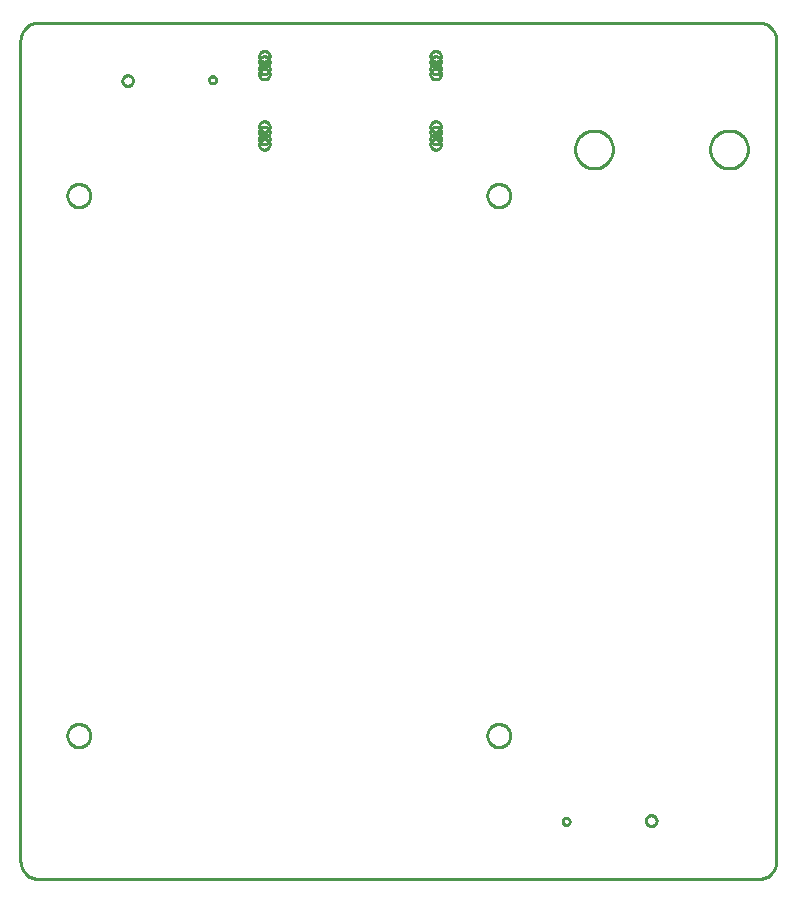
<source format=gbr>
G04 EAGLE Gerber RS-274X export*
G75*
%MOMM*%
%FSLAX34Y34*%
%LPD*%
%IN*%
%IPPOS*%
%AMOC8*
5,1,8,0,0,1.08239X$1,22.5*%
G01*
%ADD10C,0.254000*%


D10*
X0Y15000D02*
X57Y13693D01*
X228Y12395D01*
X511Y11118D01*
X905Y9870D01*
X1405Y8661D01*
X2010Y7500D01*
X2713Y6396D01*
X3509Y5358D01*
X4393Y4393D01*
X5358Y3509D01*
X6396Y2713D01*
X7500Y2010D01*
X8661Y1405D01*
X9870Y905D01*
X11118Y511D01*
X12395Y228D01*
X13693Y57D01*
X15000Y0D01*
X625000Y0D01*
X626307Y57D01*
X627605Y228D01*
X628882Y511D01*
X630130Y905D01*
X631339Y1405D01*
X632500Y2010D01*
X633604Y2713D01*
X634642Y3509D01*
X635607Y4393D01*
X636491Y5358D01*
X637287Y6396D01*
X637990Y7500D01*
X638595Y8661D01*
X639095Y9870D01*
X639489Y11118D01*
X639772Y12395D01*
X639943Y13693D01*
X640000Y15000D01*
X640000Y710000D01*
X639943Y711307D01*
X639772Y712605D01*
X639489Y713882D01*
X639095Y715130D01*
X638595Y716339D01*
X637990Y717500D01*
X637287Y718604D01*
X636491Y719642D01*
X635607Y720607D01*
X634642Y721491D01*
X633604Y722287D01*
X632500Y722990D01*
X631339Y723595D01*
X630130Y724095D01*
X628882Y724489D01*
X627605Y724772D01*
X626307Y724943D01*
X625000Y725000D01*
X15000Y725000D01*
X13693Y724943D01*
X12395Y724772D01*
X11118Y724489D01*
X9870Y724095D01*
X8661Y723595D01*
X7500Y722990D01*
X6396Y722287D01*
X5358Y721491D01*
X4393Y720607D01*
X3509Y719642D01*
X2713Y718604D01*
X2010Y717500D01*
X1405Y716339D01*
X905Y715130D01*
X511Y713882D01*
X228Y712605D01*
X57Y711307D01*
X0Y710000D01*
X0Y15000D01*
X405426Y588350D02*
X406274Y588276D01*
X407112Y588128D01*
X407935Y587908D01*
X408735Y587616D01*
X409506Y587257D01*
X410244Y586831D01*
X410941Y586343D01*
X411593Y585795D01*
X412195Y585193D01*
X412743Y584541D01*
X413231Y583844D01*
X413657Y583106D01*
X414016Y582335D01*
X414308Y581535D01*
X414528Y580712D01*
X414676Y579874D01*
X414750Y579026D01*
X414750Y578174D01*
X414676Y577326D01*
X414528Y576488D01*
X414308Y575665D01*
X414016Y574865D01*
X413657Y574094D01*
X413231Y573356D01*
X412743Y572659D01*
X412195Y572007D01*
X411593Y571405D01*
X410941Y570857D01*
X410244Y570369D01*
X409506Y569943D01*
X408735Y569584D01*
X407935Y569292D01*
X407112Y569072D01*
X406274Y568924D01*
X405426Y568850D01*
X404574Y568850D01*
X403726Y568924D01*
X402888Y569072D01*
X402065Y569292D01*
X401265Y569584D01*
X400494Y569943D01*
X399756Y570369D01*
X399059Y570857D01*
X398407Y571405D01*
X397805Y572007D01*
X397257Y572659D01*
X396769Y573356D01*
X396343Y574094D01*
X395984Y574865D01*
X395692Y575665D01*
X395472Y576488D01*
X395324Y577326D01*
X395250Y578174D01*
X395250Y579026D01*
X395324Y579874D01*
X395472Y580712D01*
X395692Y581535D01*
X395984Y582335D01*
X396343Y583106D01*
X396769Y583844D01*
X397257Y584541D01*
X397805Y585193D01*
X398407Y585795D01*
X399059Y586343D01*
X399756Y586831D01*
X400494Y587257D01*
X401265Y587616D01*
X402065Y587908D01*
X402888Y588128D01*
X403726Y588276D01*
X404574Y588350D01*
X405426Y588350D01*
X405426Y131150D02*
X406274Y131076D01*
X407112Y130928D01*
X407935Y130708D01*
X408735Y130416D01*
X409506Y130057D01*
X410244Y129631D01*
X410941Y129143D01*
X411593Y128595D01*
X412195Y127993D01*
X412743Y127341D01*
X413231Y126644D01*
X413657Y125906D01*
X414016Y125135D01*
X414308Y124335D01*
X414528Y123512D01*
X414676Y122674D01*
X414750Y121826D01*
X414750Y120974D01*
X414676Y120126D01*
X414528Y119288D01*
X414308Y118465D01*
X414016Y117665D01*
X413657Y116894D01*
X413231Y116156D01*
X412743Y115459D01*
X412195Y114807D01*
X411593Y114205D01*
X410941Y113657D01*
X410244Y113169D01*
X409506Y112743D01*
X408735Y112384D01*
X407935Y112092D01*
X407112Y111872D01*
X406274Y111724D01*
X405426Y111650D01*
X404574Y111650D01*
X403726Y111724D01*
X402888Y111872D01*
X402065Y112092D01*
X401265Y112384D01*
X400494Y112743D01*
X399756Y113169D01*
X399059Y113657D01*
X398407Y114205D01*
X397805Y114807D01*
X397257Y115459D01*
X396769Y116156D01*
X396343Y116894D01*
X395984Y117665D01*
X395692Y118465D01*
X395472Y119288D01*
X395324Y120126D01*
X395250Y120974D01*
X395250Y121826D01*
X395324Y122674D01*
X395472Y123512D01*
X395692Y124335D01*
X395984Y125135D01*
X396343Y125906D01*
X396769Y126644D01*
X397257Y127341D01*
X397805Y127993D01*
X398407Y128595D01*
X399059Y129143D01*
X399756Y129631D01*
X400494Y130057D01*
X401265Y130416D01*
X402065Y130708D01*
X402888Y130928D01*
X403726Y131076D01*
X404574Y131150D01*
X405426Y131150D01*
X49826Y131150D02*
X50674Y131076D01*
X51512Y130928D01*
X52335Y130708D01*
X53135Y130416D01*
X53906Y130057D01*
X54644Y129631D01*
X55341Y129143D01*
X55993Y128595D01*
X56595Y127993D01*
X57143Y127341D01*
X57631Y126644D01*
X58057Y125906D01*
X58416Y125135D01*
X58708Y124335D01*
X58928Y123512D01*
X59076Y122674D01*
X59150Y121826D01*
X59150Y120974D01*
X59076Y120126D01*
X58928Y119288D01*
X58708Y118465D01*
X58416Y117665D01*
X58057Y116894D01*
X57631Y116156D01*
X57143Y115459D01*
X56595Y114807D01*
X55993Y114205D01*
X55341Y113657D01*
X54644Y113169D01*
X53906Y112743D01*
X53135Y112384D01*
X52335Y112092D01*
X51512Y111872D01*
X50674Y111724D01*
X49826Y111650D01*
X48974Y111650D01*
X48126Y111724D01*
X47288Y111872D01*
X46465Y112092D01*
X45665Y112384D01*
X44894Y112743D01*
X44156Y113169D01*
X43459Y113657D01*
X42807Y114205D01*
X42205Y114807D01*
X41657Y115459D01*
X41169Y116156D01*
X40743Y116894D01*
X40384Y117665D01*
X40092Y118465D01*
X39872Y119288D01*
X39724Y120126D01*
X39650Y120974D01*
X39650Y121826D01*
X39724Y122674D01*
X39872Y123512D01*
X40092Y124335D01*
X40384Y125135D01*
X40743Y125906D01*
X41169Y126644D01*
X41657Y127341D01*
X42205Y127993D01*
X42807Y128595D01*
X43459Y129143D01*
X44156Y129631D01*
X44894Y130057D01*
X45665Y130416D01*
X46465Y130708D01*
X47288Y130928D01*
X48126Y131076D01*
X48974Y131150D01*
X49826Y131150D01*
X49826Y588350D02*
X50674Y588276D01*
X51512Y588128D01*
X52335Y587908D01*
X53135Y587616D01*
X53906Y587257D01*
X54644Y586831D01*
X55341Y586343D01*
X55993Y585795D01*
X56595Y585193D01*
X57143Y584541D01*
X57631Y583844D01*
X58057Y583106D01*
X58416Y582335D01*
X58708Y581535D01*
X58928Y580712D01*
X59076Y579874D01*
X59150Y579026D01*
X59150Y578174D01*
X59076Y577326D01*
X58928Y576488D01*
X58708Y575665D01*
X58416Y574865D01*
X58057Y574094D01*
X57631Y573356D01*
X57143Y572659D01*
X56595Y572007D01*
X55993Y571405D01*
X55341Y570857D01*
X54644Y570369D01*
X53906Y569943D01*
X53135Y569584D01*
X52335Y569292D01*
X51512Y569072D01*
X50674Y568924D01*
X49826Y568850D01*
X48974Y568850D01*
X48126Y568924D01*
X47288Y569072D01*
X46465Y569292D01*
X45665Y569584D01*
X44894Y569943D01*
X44156Y570369D01*
X43459Y570857D01*
X42807Y571405D01*
X42205Y572007D01*
X41657Y572659D01*
X41169Y573356D01*
X40743Y574094D01*
X40384Y574865D01*
X40092Y575665D01*
X39872Y576488D01*
X39724Y577326D01*
X39650Y578174D01*
X39650Y579026D01*
X39724Y579874D01*
X39872Y580712D01*
X40092Y581535D01*
X40384Y582335D01*
X40743Y583106D01*
X41169Y583844D01*
X41657Y584541D01*
X42205Y585193D01*
X42807Y585795D01*
X43459Y586343D01*
X44156Y586831D01*
X44894Y587257D01*
X45665Y587616D01*
X46465Y587908D01*
X47288Y588128D01*
X48126Y588276D01*
X48974Y588350D01*
X49826Y588350D01*
X615950Y617204D02*
X615881Y616159D01*
X615745Y615120D01*
X615540Y614092D01*
X615269Y613080D01*
X614932Y612088D01*
X614531Y611120D01*
X614068Y610181D01*
X613544Y609273D01*
X612962Y608402D01*
X612324Y607571D01*
X611634Y606783D01*
X610893Y606042D01*
X610105Y605352D01*
X609274Y604714D01*
X608403Y604132D01*
X607495Y603608D01*
X606556Y603145D01*
X605588Y602744D01*
X604596Y602407D01*
X603584Y602136D01*
X602556Y601931D01*
X601517Y601795D01*
X600472Y601726D01*
X599424Y601726D01*
X598379Y601795D01*
X597340Y601931D01*
X596312Y602136D01*
X595300Y602407D01*
X594308Y602744D01*
X593340Y603145D01*
X592401Y603608D01*
X591493Y604132D01*
X590622Y604714D01*
X589791Y605352D01*
X589003Y606042D01*
X588262Y606783D01*
X587572Y607571D01*
X586934Y608402D01*
X586352Y609273D01*
X585828Y610181D01*
X585365Y611120D01*
X584964Y612088D01*
X584627Y613080D01*
X584356Y614092D01*
X584151Y615120D01*
X584015Y616159D01*
X583946Y617204D01*
X583946Y618252D01*
X584015Y619297D01*
X584151Y620336D01*
X584356Y621364D01*
X584627Y622376D01*
X584964Y623368D01*
X585365Y624336D01*
X585828Y625275D01*
X586352Y626183D01*
X586934Y627054D01*
X587572Y627885D01*
X588262Y628673D01*
X589003Y629414D01*
X589791Y630104D01*
X590622Y630742D01*
X591493Y631324D01*
X592401Y631848D01*
X593340Y632311D01*
X594308Y632712D01*
X595300Y633049D01*
X596312Y633320D01*
X597340Y633525D01*
X598379Y633661D01*
X599424Y633730D01*
X600472Y633730D01*
X601517Y633661D01*
X602556Y633525D01*
X603584Y633320D01*
X604596Y633049D01*
X605588Y632712D01*
X606556Y632311D01*
X607495Y631848D01*
X608403Y631324D01*
X609274Y630742D01*
X610105Y630104D01*
X610893Y629414D01*
X611634Y628673D01*
X612324Y627885D01*
X612962Y627054D01*
X613544Y626183D01*
X614068Y625275D01*
X614531Y624336D01*
X614932Y623368D01*
X615269Y622376D01*
X615540Y621364D01*
X615745Y620336D01*
X615881Y619297D01*
X615950Y618252D01*
X615950Y617204D01*
X501650Y617204D02*
X501581Y616159D01*
X501445Y615120D01*
X501240Y614092D01*
X500969Y613080D01*
X500632Y612088D01*
X500231Y611120D01*
X499768Y610181D01*
X499244Y609273D01*
X498662Y608402D01*
X498024Y607571D01*
X497334Y606783D01*
X496593Y606042D01*
X495805Y605352D01*
X494974Y604714D01*
X494103Y604132D01*
X493195Y603608D01*
X492256Y603145D01*
X491288Y602744D01*
X490296Y602407D01*
X489284Y602136D01*
X488256Y601931D01*
X487217Y601795D01*
X486172Y601726D01*
X485124Y601726D01*
X484079Y601795D01*
X483040Y601931D01*
X482012Y602136D01*
X481000Y602407D01*
X480008Y602744D01*
X479040Y603145D01*
X478101Y603608D01*
X477193Y604132D01*
X476322Y604714D01*
X475491Y605352D01*
X474703Y606042D01*
X473962Y606783D01*
X473272Y607571D01*
X472634Y608402D01*
X472052Y609273D01*
X471528Y610181D01*
X471065Y611120D01*
X470664Y612088D01*
X470327Y613080D01*
X470056Y614092D01*
X469851Y615120D01*
X469715Y616159D01*
X469646Y617204D01*
X469646Y618252D01*
X469715Y619297D01*
X469851Y620336D01*
X470056Y621364D01*
X470327Y622376D01*
X470664Y623368D01*
X471065Y624336D01*
X471528Y625275D01*
X472052Y626183D01*
X472634Y627054D01*
X473272Y627885D01*
X473962Y628673D01*
X474703Y629414D01*
X475491Y630104D01*
X476322Y630742D01*
X477193Y631324D01*
X478101Y631848D01*
X479040Y632311D01*
X480008Y632712D01*
X481000Y633049D01*
X482012Y633320D01*
X483040Y633525D01*
X484079Y633661D01*
X485124Y633730D01*
X486172Y633730D01*
X487217Y633661D01*
X488256Y633525D01*
X489284Y633320D01*
X490296Y633049D01*
X491288Y632712D01*
X492256Y632311D01*
X493195Y631848D01*
X494103Y631324D01*
X494974Y630742D01*
X495805Y630104D01*
X496593Y629414D01*
X497334Y628673D01*
X498024Y627885D01*
X498662Y627054D01*
X499244Y626183D01*
X499768Y625275D01*
X500231Y624336D01*
X500632Y623368D01*
X500969Y622376D01*
X501240Y621364D01*
X501445Y620336D01*
X501581Y619297D01*
X501650Y618252D01*
X501650Y617204D01*
X347056Y622291D02*
X347133Y622876D01*
X347286Y623446D01*
X347511Y623991D01*
X347806Y624501D01*
X348165Y624969D01*
X348583Y625387D01*
X349051Y625746D01*
X349561Y626041D01*
X350106Y626266D01*
X350676Y626419D01*
X351261Y626496D01*
X351851Y626496D01*
X352436Y626419D01*
X353006Y626266D01*
X353551Y626041D01*
X354061Y625746D01*
X354529Y625387D01*
X354947Y624969D01*
X355306Y624501D01*
X355601Y623991D01*
X355826Y623446D01*
X355979Y622876D01*
X356056Y622291D01*
X356056Y621701D01*
X355979Y621116D01*
X355826Y620546D01*
X355601Y620001D01*
X355306Y619491D01*
X354947Y619023D01*
X354529Y618605D01*
X354061Y618246D01*
X353551Y617951D01*
X353006Y617726D01*
X352436Y617573D01*
X351851Y617496D01*
X351261Y617496D01*
X350676Y617573D01*
X350106Y617726D01*
X349561Y617951D01*
X349051Y618246D01*
X348583Y618605D01*
X348165Y619023D01*
X347806Y619491D01*
X347511Y620001D01*
X347286Y620546D01*
X347133Y621116D01*
X347056Y621701D01*
X347056Y622291D01*
X347056Y637291D02*
X347133Y637876D01*
X347286Y638446D01*
X347511Y638991D01*
X347806Y639501D01*
X348165Y639969D01*
X348583Y640387D01*
X349051Y640746D01*
X349561Y641041D01*
X350106Y641266D01*
X350676Y641419D01*
X351261Y641496D01*
X351851Y641496D01*
X352436Y641419D01*
X353006Y641266D01*
X353551Y641041D01*
X354061Y640746D01*
X354529Y640387D01*
X354947Y639969D01*
X355306Y639501D01*
X355601Y638991D01*
X355826Y638446D01*
X355979Y637876D01*
X356056Y637291D01*
X356056Y636701D01*
X355979Y636116D01*
X355826Y635546D01*
X355601Y635001D01*
X355306Y634491D01*
X354947Y634023D01*
X354529Y633605D01*
X354061Y633246D01*
X353551Y632951D01*
X353006Y632726D01*
X352436Y632573D01*
X351851Y632496D01*
X351261Y632496D01*
X350676Y632573D01*
X350106Y632726D01*
X349561Y632951D01*
X349051Y633246D01*
X348583Y633605D01*
X348165Y634023D01*
X347806Y634491D01*
X347511Y635001D01*
X347286Y635546D01*
X347133Y636116D01*
X347056Y636701D01*
X347056Y637291D01*
X347056Y626791D02*
X347133Y627376D01*
X347286Y627946D01*
X347511Y628491D01*
X347806Y629001D01*
X348165Y629469D01*
X348583Y629887D01*
X349051Y630246D01*
X349561Y630541D01*
X350106Y630766D01*
X350676Y630919D01*
X351261Y630996D01*
X351851Y630996D01*
X352436Y630919D01*
X353006Y630766D01*
X353551Y630541D01*
X354061Y630246D01*
X354529Y629887D01*
X354947Y629469D01*
X355306Y629001D01*
X355601Y628491D01*
X355826Y627946D01*
X355979Y627376D01*
X356056Y626791D01*
X356056Y626201D01*
X355979Y625616D01*
X355826Y625046D01*
X355601Y624501D01*
X355306Y623991D01*
X354947Y623523D01*
X354529Y623105D01*
X354061Y622746D01*
X353551Y622451D01*
X353006Y622226D01*
X352436Y622073D01*
X351851Y621996D01*
X351261Y621996D01*
X350676Y622073D01*
X350106Y622226D01*
X349561Y622451D01*
X349051Y622746D01*
X348583Y623105D01*
X348165Y623523D01*
X347806Y623991D01*
X347511Y624501D01*
X347286Y625046D01*
X347133Y625616D01*
X347056Y626201D01*
X347056Y626791D01*
X347056Y632791D02*
X347133Y633376D01*
X347286Y633946D01*
X347511Y634491D01*
X347806Y635001D01*
X348165Y635469D01*
X348583Y635887D01*
X349051Y636246D01*
X349561Y636541D01*
X350106Y636766D01*
X350676Y636919D01*
X351261Y636996D01*
X351851Y636996D01*
X352436Y636919D01*
X353006Y636766D01*
X353551Y636541D01*
X354061Y636246D01*
X354529Y635887D01*
X354947Y635469D01*
X355306Y635001D01*
X355601Y634491D01*
X355826Y633946D01*
X355979Y633376D01*
X356056Y632791D01*
X356056Y632201D01*
X355979Y631616D01*
X355826Y631046D01*
X355601Y630501D01*
X355306Y629991D01*
X354947Y629523D01*
X354529Y629105D01*
X354061Y628746D01*
X353551Y628451D01*
X353006Y628226D01*
X352436Y628073D01*
X351851Y627996D01*
X351261Y627996D01*
X350676Y628073D01*
X350106Y628226D01*
X349561Y628451D01*
X349051Y628746D01*
X348583Y629105D01*
X348165Y629523D01*
X347806Y629991D01*
X347511Y630501D01*
X347286Y631046D01*
X347133Y631616D01*
X347056Y632201D01*
X347056Y632791D01*
X347056Y681791D02*
X347133Y682376D01*
X347286Y682946D01*
X347511Y683491D01*
X347806Y684001D01*
X348165Y684469D01*
X348583Y684887D01*
X349051Y685246D01*
X349561Y685541D01*
X350106Y685766D01*
X350676Y685919D01*
X351261Y685996D01*
X351851Y685996D01*
X352436Y685919D01*
X353006Y685766D01*
X353551Y685541D01*
X354061Y685246D01*
X354529Y684887D01*
X354947Y684469D01*
X355306Y684001D01*
X355601Y683491D01*
X355826Y682946D01*
X355979Y682376D01*
X356056Y681791D01*
X356056Y681201D01*
X355979Y680616D01*
X355826Y680046D01*
X355601Y679501D01*
X355306Y678991D01*
X354947Y678523D01*
X354529Y678105D01*
X354061Y677746D01*
X353551Y677451D01*
X353006Y677226D01*
X352436Y677073D01*
X351851Y676996D01*
X351261Y676996D01*
X350676Y677073D01*
X350106Y677226D01*
X349561Y677451D01*
X349051Y677746D01*
X348583Y678105D01*
X348165Y678523D01*
X347806Y678991D01*
X347511Y679501D01*
X347286Y680046D01*
X347133Y680616D01*
X347056Y681201D01*
X347056Y681791D01*
X347056Y696791D02*
X347133Y697376D01*
X347286Y697946D01*
X347511Y698491D01*
X347806Y699001D01*
X348165Y699469D01*
X348583Y699887D01*
X349051Y700246D01*
X349561Y700541D01*
X350106Y700766D01*
X350676Y700919D01*
X351261Y700996D01*
X351851Y700996D01*
X352436Y700919D01*
X353006Y700766D01*
X353551Y700541D01*
X354061Y700246D01*
X354529Y699887D01*
X354947Y699469D01*
X355306Y699001D01*
X355601Y698491D01*
X355826Y697946D01*
X355979Y697376D01*
X356056Y696791D01*
X356056Y696201D01*
X355979Y695616D01*
X355826Y695046D01*
X355601Y694501D01*
X355306Y693991D01*
X354947Y693523D01*
X354529Y693105D01*
X354061Y692746D01*
X353551Y692451D01*
X353006Y692226D01*
X352436Y692073D01*
X351851Y691996D01*
X351261Y691996D01*
X350676Y692073D01*
X350106Y692226D01*
X349561Y692451D01*
X349051Y692746D01*
X348583Y693105D01*
X348165Y693523D01*
X347806Y693991D01*
X347511Y694501D01*
X347286Y695046D01*
X347133Y695616D01*
X347056Y696201D01*
X347056Y696791D01*
X347056Y686291D02*
X347133Y686876D01*
X347286Y687446D01*
X347511Y687991D01*
X347806Y688501D01*
X348165Y688969D01*
X348583Y689387D01*
X349051Y689746D01*
X349561Y690041D01*
X350106Y690266D01*
X350676Y690419D01*
X351261Y690496D01*
X351851Y690496D01*
X352436Y690419D01*
X353006Y690266D01*
X353551Y690041D01*
X354061Y689746D01*
X354529Y689387D01*
X354947Y688969D01*
X355306Y688501D01*
X355601Y687991D01*
X355826Y687446D01*
X355979Y686876D01*
X356056Y686291D01*
X356056Y685701D01*
X355979Y685116D01*
X355826Y684546D01*
X355601Y684001D01*
X355306Y683491D01*
X354947Y683023D01*
X354529Y682605D01*
X354061Y682246D01*
X353551Y681951D01*
X353006Y681726D01*
X352436Y681573D01*
X351851Y681496D01*
X351261Y681496D01*
X350676Y681573D01*
X350106Y681726D01*
X349561Y681951D01*
X349051Y682246D01*
X348583Y682605D01*
X348165Y683023D01*
X347806Y683491D01*
X347511Y684001D01*
X347286Y684546D01*
X347133Y685116D01*
X347056Y685701D01*
X347056Y686291D01*
X347056Y692291D02*
X347133Y692876D01*
X347286Y693446D01*
X347511Y693991D01*
X347806Y694501D01*
X348165Y694969D01*
X348583Y695387D01*
X349051Y695746D01*
X349561Y696041D01*
X350106Y696266D01*
X350676Y696419D01*
X351261Y696496D01*
X351851Y696496D01*
X352436Y696419D01*
X353006Y696266D01*
X353551Y696041D01*
X354061Y695746D01*
X354529Y695387D01*
X354947Y694969D01*
X355306Y694501D01*
X355601Y693991D01*
X355826Y693446D01*
X355979Y692876D01*
X356056Y692291D01*
X356056Y691701D01*
X355979Y691116D01*
X355826Y690546D01*
X355601Y690001D01*
X355306Y689491D01*
X354947Y689023D01*
X354529Y688605D01*
X354061Y688246D01*
X353551Y687951D01*
X353006Y687726D01*
X352436Y687573D01*
X351851Y687496D01*
X351261Y687496D01*
X350676Y687573D01*
X350106Y687726D01*
X349561Y687951D01*
X349051Y688246D01*
X348583Y688605D01*
X348165Y689023D01*
X347806Y689491D01*
X347511Y690001D01*
X347286Y690546D01*
X347133Y691116D01*
X347056Y691701D01*
X347056Y692291D01*
X202056Y622291D02*
X202133Y622876D01*
X202286Y623446D01*
X202511Y623991D01*
X202806Y624501D01*
X203165Y624969D01*
X203583Y625387D01*
X204051Y625746D01*
X204561Y626041D01*
X205106Y626266D01*
X205676Y626419D01*
X206261Y626496D01*
X206851Y626496D01*
X207436Y626419D01*
X208006Y626266D01*
X208551Y626041D01*
X209061Y625746D01*
X209529Y625387D01*
X209947Y624969D01*
X210306Y624501D01*
X210601Y623991D01*
X210826Y623446D01*
X210979Y622876D01*
X211056Y622291D01*
X211056Y621701D01*
X210979Y621116D01*
X210826Y620546D01*
X210601Y620001D01*
X210306Y619491D01*
X209947Y619023D01*
X209529Y618605D01*
X209061Y618246D01*
X208551Y617951D01*
X208006Y617726D01*
X207436Y617573D01*
X206851Y617496D01*
X206261Y617496D01*
X205676Y617573D01*
X205106Y617726D01*
X204561Y617951D01*
X204051Y618246D01*
X203583Y618605D01*
X203165Y619023D01*
X202806Y619491D01*
X202511Y620001D01*
X202286Y620546D01*
X202133Y621116D01*
X202056Y621701D01*
X202056Y622291D01*
X202056Y637291D02*
X202133Y637876D01*
X202286Y638446D01*
X202511Y638991D01*
X202806Y639501D01*
X203165Y639969D01*
X203583Y640387D01*
X204051Y640746D01*
X204561Y641041D01*
X205106Y641266D01*
X205676Y641419D01*
X206261Y641496D01*
X206851Y641496D01*
X207436Y641419D01*
X208006Y641266D01*
X208551Y641041D01*
X209061Y640746D01*
X209529Y640387D01*
X209947Y639969D01*
X210306Y639501D01*
X210601Y638991D01*
X210826Y638446D01*
X210979Y637876D01*
X211056Y637291D01*
X211056Y636701D01*
X210979Y636116D01*
X210826Y635546D01*
X210601Y635001D01*
X210306Y634491D01*
X209947Y634023D01*
X209529Y633605D01*
X209061Y633246D01*
X208551Y632951D01*
X208006Y632726D01*
X207436Y632573D01*
X206851Y632496D01*
X206261Y632496D01*
X205676Y632573D01*
X205106Y632726D01*
X204561Y632951D01*
X204051Y633246D01*
X203583Y633605D01*
X203165Y634023D01*
X202806Y634491D01*
X202511Y635001D01*
X202286Y635546D01*
X202133Y636116D01*
X202056Y636701D01*
X202056Y637291D01*
X202056Y626791D02*
X202133Y627376D01*
X202286Y627946D01*
X202511Y628491D01*
X202806Y629001D01*
X203165Y629469D01*
X203583Y629887D01*
X204051Y630246D01*
X204561Y630541D01*
X205106Y630766D01*
X205676Y630919D01*
X206261Y630996D01*
X206851Y630996D01*
X207436Y630919D01*
X208006Y630766D01*
X208551Y630541D01*
X209061Y630246D01*
X209529Y629887D01*
X209947Y629469D01*
X210306Y629001D01*
X210601Y628491D01*
X210826Y627946D01*
X210979Y627376D01*
X211056Y626791D01*
X211056Y626201D01*
X210979Y625616D01*
X210826Y625046D01*
X210601Y624501D01*
X210306Y623991D01*
X209947Y623523D01*
X209529Y623105D01*
X209061Y622746D01*
X208551Y622451D01*
X208006Y622226D01*
X207436Y622073D01*
X206851Y621996D01*
X206261Y621996D01*
X205676Y622073D01*
X205106Y622226D01*
X204561Y622451D01*
X204051Y622746D01*
X203583Y623105D01*
X203165Y623523D01*
X202806Y623991D01*
X202511Y624501D01*
X202286Y625046D01*
X202133Y625616D01*
X202056Y626201D01*
X202056Y626791D01*
X202056Y632791D02*
X202133Y633376D01*
X202286Y633946D01*
X202511Y634491D01*
X202806Y635001D01*
X203165Y635469D01*
X203583Y635887D01*
X204051Y636246D01*
X204561Y636541D01*
X205106Y636766D01*
X205676Y636919D01*
X206261Y636996D01*
X206851Y636996D01*
X207436Y636919D01*
X208006Y636766D01*
X208551Y636541D01*
X209061Y636246D01*
X209529Y635887D01*
X209947Y635469D01*
X210306Y635001D01*
X210601Y634491D01*
X210826Y633946D01*
X210979Y633376D01*
X211056Y632791D01*
X211056Y632201D01*
X210979Y631616D01*
X210826Y631046D01*
X210601Y630501D01*
X210306Y629991D01*
X209947Y629523D01*
X209529Y629105D01*
X209061Y628746D01*
X208551Y628451D01*
X208006Y628226D01*
X207436Y628073D01*
X206851Y627996D01*
X206261Y627996D01*
X205676Y628073D01*
X205106Y628226D01*
X204561Y628451D01*
X204051Y628746D01*
X203583Y629105D01*
X203165Y629523D01*
X202806Y629991D01*
X202511Y630501D01*
X202286Y631046D01*
X202133Y631616D01*
X202056Y632201D01*
X202056Y632791D01*
X202056Y681791D02*
X202133Y682376D01*
X202286Y682946D01*
X202511Y683491D01*
X202806Y684001D01*
X203165Y684469D01*
X203583Y684887D01*
X204051Y685246D01*
X204561Y685541D01*
X205106Y685766D01*
X205676Y685919D01*
X206261Y685996D01*
X206851Y685996D01*
X207436Y685919D01*
X208006Y685766D01*
X208551Y685541D01*
X209061Y685246D01*
X209529Y684887D01*
X209947Y684469D01*
X210306Y684001D01*
X210601Y683491D01*
X210826Y682946D01*
X210979Y682376D01*
X211056Y681791D01*
X211056Y681201D01*
X210979Y680616D01*
X210826Y680046D01*
X210601Y679501D01*
X210306Y678991D01*
X209947Y678523D01*
X209529Y678105D01*
X209061Y677746D01*
X208551Y677451D01*
X208006Y677226D01*
X207436Y677073D01*
X206851Y676996D01*
X206261Y676996D01*
X205676Y677073D01*
X205106Y677226D01*
X204561Y677451D01*
X204051Y677746D01*
X203583Y678105D01*
X203165Y678523D01*
X202806Y678991D01*
X202511Y679501D01*
X202286Y680046D01*
X202133Y680616D01*
X202056Y681201D01*
X202056Y681791D01*
X202056Y686291D02*
X202133Y686876D01*
X202286Y687446D01*
X202511Y687991D01*
X202806Y688501D01*
X203165Y688969D01*
X203583Y689387D01*
X204051Y689746D01*
X204561Y690041D01*
X205106Y690266D01*
X205676Y690419D01*
X206261Y690496D01*
X206851Y690496D01*
X207436Y690419D01*
X208006Y690266D01*
X208551Y690041D01*
X209061Y689746D01*
X209529Y689387D01*
X209947Y688969D01*
X210306Y688501D01*
X210601Y687991D01*
X210826Y687446D01*
X210979Y686876D01*
X211056Y686291D01*
X211056Y685701D01*
X210979Y685116D01*
X210826Y684546D01*
X210601Y684001D01*
X210306Y683491D01*
X209947Y683023D01*
X209529Y682605D01*
X209061Y682246D01*
X208551Y681951D01*
X208006Y681726D01*
X207436Y681573D01*
X206851Y681496D01*
X206261Y681496D01*
X205676Y681573D01*
X205106Y681726D01*
X204561Y681951D01*
X204051Y682246D01*
X203583Y682605D01*
X203165Y683023D01*
X202806Y683491D01*
X202511Y684001D01*
X202286Y684546D01*
X202133Y685116D01*
X202056Y685701D01*
X202056Y686291D01*
X202056Y696791D02*
X202133Y697376D01*
X202286Y697946D01*
X202511Y698491D01*
X202806Y699001D01*
X203165Y699469D01*
X203583Y699887D01*
X204051Y700246D01*
X204561Y700541D01*
X205106Y700766D01*
X205676Y700919D01*
X206261Y700996D01*
X206851Y700996D01*
X207436Y700919D01*
X208006Y700766D01*
X208551Y700541D01*
X209061Y700246D01*
X209529Y699887D01*
X209947Y699469D01*
X210306Y699001D01*
X210601Y698491D01*
X210826Y697946D01*
X210979Y697376D01*
X211056Y696791D01*
X211056Y696201D01*
X210979Y695616D01*
X210826Y695046D01*
X210601Y694501D01*
X210306Y693991D01*
X209947Y693523D01*
X209529Y693105D01*
X209061Y692746D01*
X208551Y692451D01*
X208006Y692226D01*
X207436Y692073D01*
X206851Y691996D01*
X206261Y691996D01*
X205676Y692073D01*
X205106Y692226D01*
X204561Y692451D01*
X204051Y692746D01*
X203583Y693105D01*
X203165Y693523D01*
X202806Y693991D01*
X202511Y694501D01*
X202286Y695046D01*
X202133Y695616D01*
X202056Y696201D01*
X202056Y696791D01*
X202056Y692291D02*
X202133Y692876D01*
X202286Y693446D01*
X202511Y693991D01*
X202806Y694501D01*
X203165Y694969D01*
X203583Y695387D01*
X204051Y695746D01*
X204561Y696041D01*
X205106Y696266D01*
X205676Y696419D01*
X206261Y696496D01*
X206851Y696496D01*
X207436Y696419D01*
X208006Y696266D01*
X208551Y696041D01*
X209061Y695746D01*
X209529Y695387D01*
X209947Y694969D01*
X210306Y694501D01*
X210601Y693991D01*
X210826Y693446D01*
X210979Y692876D01*
X211056Y692291D01*
X211056Y691701D01*
X210979Y691116D01*
X210826Y690546D01*
X210601Y690001D01*
X210306Y689491D01*
X209947Y689023D01*
X209529Y688605D01*
X209061Y688246D01*
X208551Y687951D01*
X208006Y687726D01*
X207436Y687573D01*
X206851Y687496D01*
X206261Y687496D01*
X205676Y687573D01*
X205106Y687726D01*
X204561Y687951D01*
X204051Y688246D01*
X203583Y688605D01*
X203165Y689023D01*
X202806Y689491D01*
X202511Y690001D01*
X202286Y690546D01*
X202133Y691116D01*
X202056Y691701D01*
X202056Y692291D01*
X159700Y676886D02*
X159774Y677353D01*
X159920Y677802D01*
X160134Y678222D01*
X160412Y678604D01*
X160746Y678938D01*
X161128Y679216D01*
X161548Y679430D01*
X161998Y679576D01*
X162464Y679650D01*
X162936Y679650D01*
X163403Y679576D01*
X163852Y679430D01*
X164272Y679216D01*
X164654Y678938D01*
X164988Y678604D01*
X165266Y678222D01*
X165480Y677802D01*
X165626Y677353D01*
X165700Y676886D01*
X165700Y676414D01*
X165626Y675948D01*
X165480Y675498D01*
X165266Y675078D01*
X164988Y674696D01*
X164654Y674362D01*
X164272Y674084D01*
X163852Y673870D01*
X163403Y673724D01*
X162936Y673650D01*
X162464Y673650D01*
X161998Y673724D01*
X161548Y673870D01*
X161128Y674084D01*
X160746Y674362D01*
X160412Y674696D01*
X160134Y675078D01*
X159920Y675498D01*
X159774Y675948D01*
X159700Y676414D01*
X159700Y676886D01*
X86200Y676295D02*
X86277Y676880D01*
X86430Y677450D01*
X86655Y677995D01*
X86950Y678505D01*
X87309Y678973D01*
X87727Y679391D01*
X88195Y679750D01*
X88705Y680045D01*
X89250Y680270D01*
X89820Y680423D01*
X90405Y680500D01*
X90995Y680500D01*
X91580Y680423D01*
X92150Y680270D01*
X92695Y680045D01*
X93205Y679750D01*
X93673Y679391D01*
X94091Y678973D01*
X94450Y678505D01*
X94745Y677995D01*
X94970Y677450D01*
X95123Y676880D01*
X95200Y676295D01*
X95200Y675705D01*
X95123Y675120D01*
X94970Y674550D01*
X94745Y674005D01*
X94450Y673495D01*
X94091Y673027D01*
X93673Y672609D01*
X93205Y672250D01*
X92695Y671955D01*
X92150Y671730D01*
X91580Y671577D01*
X90995Y671500D01*
X90405Y671500D01*
X89820Y671577D01*
X89250Y671730D01*
X88705Y671955D01*
X88195Y672250D01*
X87727Y672609D01*
X87309Y673027D01*
X86950Y673495D01*
X86655Y674005D01*
X86430Y674550D01*
X86277Y675120D01*
X86200Y675705D01*
X86200Y676295D01*
X159700Y676886D02*
X159774Y677353D01*
X159920Y677802D01*
X160134Y678222D01*
X160412Y678604D01*
X160746Y678938D01*
X161128Y679216D01*
X161548Y679430D01*
X161998Y679576D01*
X162464Y679650D01*
X162936Y679650D01*
X163403Y679576D01*
X163852Y679430D01*
X164272Y679216D01*
X164654Y678938D01*
X164988Y678604D01*
X165266Y678222D01*
X165480Y677802D01*
X165626Y677353D01*
X165700Y676886D01*
X165700Y676414D01*
X165626Y675948D01*
X165480Y675498D01*
X165266Y675078D01*
X164988Y674696D01*
X164654Y674362D01*
X164272Y674084D01*
X163852Y673870D01*
X163403Y673724D01*
X162936Y673650D01*
X162464Y673650D01*
X161998Y673724D01*
X161548Y673870D01*
X161128Y674084D01*
X160746Y674362D01*
X160412Y674696D01*
X160134Y675078D01*
X159920Y675498D01*
X159774Y675948D01*
X159700Y676414D01*
X159700Y676886D01*
X465000Y48514D02*
X464926Y48048D01*
X464780Y47598D01*
X464566Y47178D01*
X464288Y46796D01*
X463954Y46462D01*
X463572Y46184D01*
X463152Y45970D01*
X462703Y45824D01*
X462236Y45750D01*
X461764Y45750D01*
X461298Y45824D01*
X460848Y45970D01*
X460428Y46184D01*
X460046Y46462D01*
X459712Y46796D01*
X459434Y47178D01*
X459220Y47598D01*
X459074Y48048D01*
X459000Y48514D01*
X459000Y48986D01*
X459074Y49453D01*
X459220Y49902D01*
X459434Y50322D01*
X459712Y50704D01*
X460046Y51038D01*
X460428Y51316D01*
X460848Y51530D01*
X461298Y51676D01*
X461764Y51750D01*
X462236Y51750D01*
X462703Y51676D01*
X463152Y51530D01*
X463572Y51316D01*
X463954Y51038D01*
X464288Y50704D01*
X464566Y50322D01*
X464780Y49902D01*
X464926Y49453D01*
X465000Y48986D01*
X465000Y48514D01*
X538500Y49105D02*
X538423Y48520D01*
X538270Y47950D01*
X538045Y47405D01*
X537750Y46895D01*
X537391Y46427D01*
X536973Y46009D01*
X536505Y45650D01*
X535995Y45355D01*
X535450Y45130D01*
X534880Y44977D01*
X534295Y44900D01*
X533705Y44900D01*
X533120Y44977D01*
X532550Y45130D01*
X532005Y45355D01*
X531495Y45650D01*
X531027Y46009D01*
X530609Y46427D01*
X530250Y46895D01*
X529955Y47405D01*
X529730Y47950D01*
X529577Y48520D01*
X529500Y49105D01*
X529500Y49695D01*
X529577Y50280D01*
X529730Y50850D01*
X529955Y51395D01*
X530250Y51905D01*
X530609Y52373D01*
X531027Y52791D01*
X531495Y53150D01*
X532005Y53445D01*
X532550Y53670D01*
X533120Y53823D01*
X533705Y53900D01*
X534295Y53900D01*
X534880Y53823D01*
X535450Y53670D01*
X535995Y53445D01*
X536505Y53150D01*
X536973Y52791D01*
X537391Y52373D01*
X537750Y51905D01*
X538045Y51395D01*
X538270Y50850D01*
X538423Y50280D01*
X538500Y49695D01*
X538500Y49105D01*
X465000Y48514D02*
X464926Y48048D01*
X464780Y47598D01*
X464566Y47178D01*
X464288Y46796D01*
X463954Y46462D01*
X463572Y46184D01*
X463152Y45970D01*
X462703Y45824D01*
X462236Y45750D01*
X461764Y45750D01*
X461298Y45824D01*
X460848Y45970D01*
X460428Y46184D01*
X460046Y46462D01*
X459712Y46796D01*
X459434Y47178D01*
X459220Y47598D01*
X459074Y48048D01*
X459000Y48514D01*
X459000Y48986D01*
X459074Y49453D01*
X459220Y49902D01*
X459434Y50322D01*
X459712Y50704D01*
X460046Y51038D01*
X460428Y51316D01*
X460848Y51530D01*
X461298Y51676D01*
X461764Y51750D01*
X462236Y51750D01*
X462703Y51676D01*
X463152Y51530D01*
X463572Y51316D01*
X463954Y51038D01*
X464288Y50704D01*
X464566Y50322D01*
X464780Y49902D01*
X464926Y49453D01*
X465000Y48986D01*
X465000Y48514D01*
M02*

</source>
